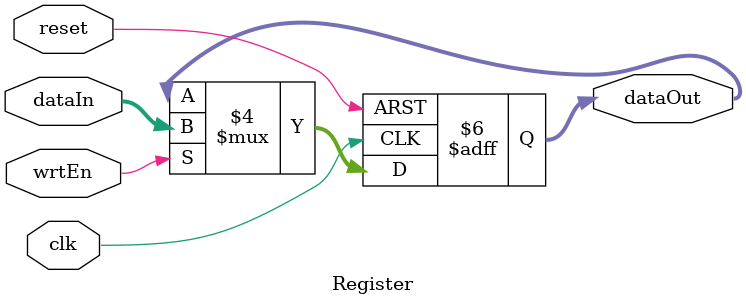
<source format=v>
module Register(clk, reset, wrtEn, dataIn, dataOut);
	parameter BIT_WIDTH = 32;
	parameter RESET_VALUE = 0;
	
	input clk, reset, wrtEn;
	input[BIT_WIDTH - 1: 0] dataIn;
	output[BIT_WIDTH - 1: 0] dataOut;
	reg[BIT_WIDTH - 1: 0] dataOut;
	
	always @(posedge clk or posedge reset) begin
		if (reset == 1'b1)
			dataOut <= RESET_VALUE;
		else if (wrtEn == 1'b1)
			dataOut <= dataIn;
	end
	
endmodule

</source>
